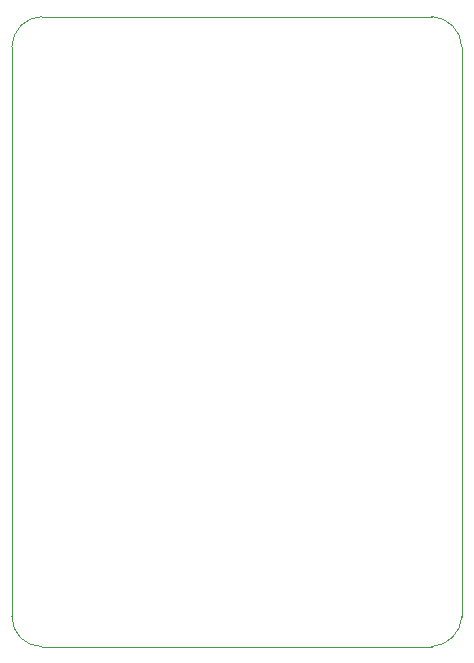
<source format=gbr>
%TF.GenerationSoftware,KiCad,Pcbnew,(5.99.0-11382-g00f1b609c4)*%
%TF.CreationDate,2021-08-15T08:59:13-05:00*%
%TF.ProjectId,reptile-monitor-power,72657074-696c-4652-9d6d-6f6e69746f72,1*%
%TF.SameCoordinates,Original*%
%TF.FileFunction,Profile,NP*%
%FSLAX46Y46*%
G04 Gerber Fmt 4.6, Leading zero omitted, Abs format (unit mm)*
G04 Created by KiCad (PCBNEW (5.99.0-11382-g00f1b609c4)) date 2021-08-15 08:59:13*
%MOMM*%
%LPD*%
G01*
G04 APERTURE LIST*
%TA.AperFunction,Profile*%
%ADD10C,0.101600*%
%TD*%
%TA.AperFunction,Profile*%
%ADD11C,0.100000*%
%TD*%
G04 APERTURE END LIST*
D10*
X162560000Y-50800000D02*
X129525000Y-50793000D01*
X127000001Y-53340000D02*
G75*
G02*
X129525000Y-50793000I2597049J-49522D01*
G01*
X126999999Y-101600000D02*
G75*
G03*
X129540000Y-104140000I2532769J-7231D01*
G01*
X165084997Y-53340000D02*
G75*
G03*
X162560000Y-50800000I-2638178J-97554D01*
G01*
D11*
X165084999Y-53340000D02*
X165100000Y-101600000D01*
X127000000Y-53340000D02*
X127000000Y-101600000D01*
D10*
X165100000Y-101600000D02*
G75*
G02*
X162560000Y-104140000I-2725382J185382D01*
G01*
X129540000Y-104140000D02*
X162560000Y-104140000D01*
M02*

</source>
